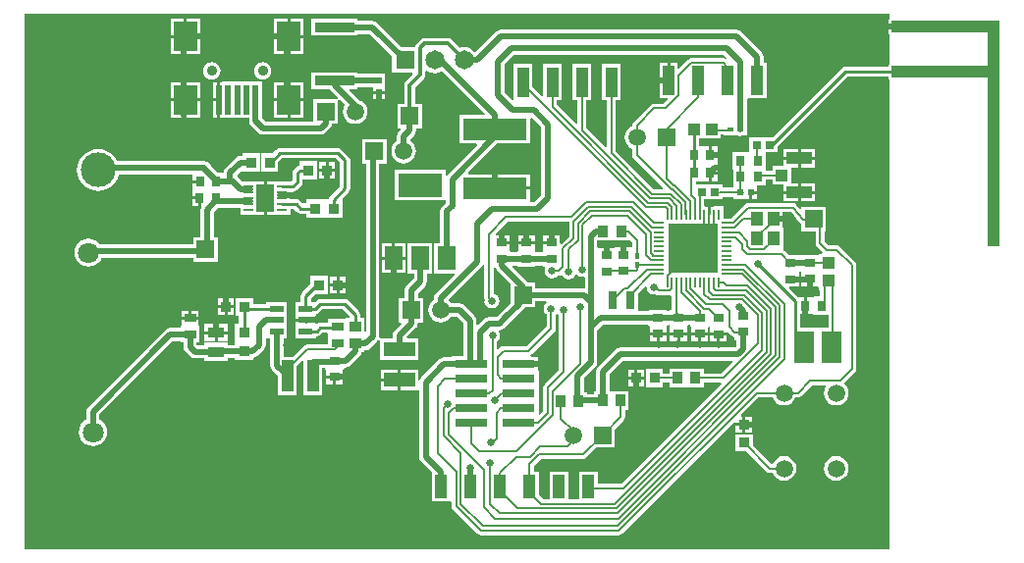
<source format=gtl>
G04 Layer_Physical_Order=1*
G04 Layer_Color=255*
%FSLAX25Y25*%
%MOIN*%
G70*
G01*
G75*
%ADD10C,0.01000*%
%ADD11R,0.03701X0.02953*%
%ADD12R,0.04331X0.04724*%
%ADD13R,0.01575X0.02461*%
%ADD14R,0.03937X0.09842*%
%ADD15R,0.03347X0.03740*%
%ADD16R,0.02953X0.03701*%
%ADD17R,0.05787X0.03819*%
%ADD18R,0.03858X0.03071*%
%ADD19R,0.21732X0.07323*%
%ADD20R,0.10709X0.04961*%
%ADD21R,0.02362X0.02441*%
%ADD22R,0.13504X0.03347*%
%ADD23R,0.08661X0.04134*%
%ADD24R,0.04134X0.03937*%
%ADD25R,0.03937X0.10630*%
%ADD26R,0.02953X0.02559*%
%ADD27R,0.03937X0.03937*%
%ADD28R,0.03937X0.03937*%
%ADD29R,0.03543X0.03740*%
%ADD30R,0.03740X0.03543*%
%ADD31R,0.03937X0.03347*%
%ADD32R,0.02756X0.03543*%
%ADD33R,0.03661X0.03425*%
%ADD34R,0.02461X0.01575*%
%ADD35R,0.03347X0.03937*%
%ADD36R,0.03307X0.01024*%
%ADD37R,0.05905X0.09252*%
%ADD38R,0.04724X0.02362*%
%ADD39R,0.05900X0.07900*%
%ADD40R,0.15000X0.07900*%
%ADD41R,0.01968X0.09842*%
%ADD42R,0.07874X0.09842*%
%ADD43R,0.01968X0.02362*%
%ADD44R,0.07087X0.10827*%
%ADD45R,0.00866X0.03189*%
%ADD46R,0.03189X0.00866*%
%ADD47R,0.16535X0.16535*%
%ADD48R,0.03150X0.05905*%
%ADD49R,0.03937X0.07874*%
%ADD50R,0.10984X0.02913*%
%ADD51R,0.03740X0.03937*%
%ADD52C,0.02000*%
%ADD53C,0.00700*%
%ADD54C,0.01000*%
%ADD55C,0.01200*%
%ADD56C,0.11811*%
%ADD57R,0.07087X0.07087*%
%ADD58C,0.07087*%
%ADD59R,0.06496X0.06496*%
%ADD60C,0.06496*%
%ADD61R,0.05905X0.05905*%
%ADD62C,0.05905*%
%ADD63R,0.05905X0.05905*%
%ADD64C,0.03543*%
%ADD65C,0.02600*%
G36*
X186620Y109150D02*
X184012Y106542D01*
X183550Y106734D01*
Y109360D01*
X181200D01*
Y106884D01*
X180700D01*
Y106384D01*
X177850D01*
Y104466D01*
X177650Y104048D01*
D01*
X177489Y103615D01*
X175604D01*
X175250Y103968D01*
Y104048D01*
X175050Y104465D01*
X175050Y104548D01*
Y106384D01*
X169350D01*
X169350Y104465D01*
X169150Y104048D01*
X168848Y103615D01*
X166911D01*
X166750Y104048D01*
D01*
X166550Y104466D01*
Y106384D01*
X163700D01*
Y106884D01*
X163200D01*
Y109360D01*
X161908D01*
X161716Y109822D01*
X165914Y114020D01*
X186620D01*
Y109150D01*
D02*
G37*
G36*
X264898Y113785D02*
X265382Y113403D01*
X265547Y113356D01*
Y110747D01*
X270320D01*
Y106600D01*
X270440Y105995D01*
X270782Y105482D01*
X272652Y103613D01*
X272445Y103113D01*
X271491D01*
X271410Y102817D01*
X265310D01*
Y102817D01*
X264895Y102632D01*
X261403D01*
X259868Y104167D01*
X259544Y104384D01*
X259321Y104791D01*
Y111916D01*
X259121D01*
Y114547D01*
X255956D01*
Y115547D01*
X259121D01*
Y117220D01*
X261971D01*
X264898Y113785D01*
D02*
G37*
G36*
X177650Y98695D02*
X178288D01*
X178529Y98195D01*
X178351Y97300D01*
X178545Y96324D01*
X179098Y95498D01*
X179924Y94945D01*
X180900Y94751D01*
X181876Y94945D01*
X182702Y95498D01*
X182851Y95720D01*
X183100D01*
X183654Y95830D01*
X184145Y95925D01*
X184698Y95098D01*
X185524Y94545D01*
X186500Y94351D01*
X187476Y94545D01*
X188302Y95098D01*
X188855Y95925D01*
X188863Y95966D01*
X189354Y96064D01*
X189398Y95998D01*
X190225Y95445D01*
X191200Y95251D01*
X191570Y95325D01*
X191957Y95007D01*
Y91572D01*
X191800Y91443D01*
X175253D01*
Y93353D01*
X172708D01*
X172686Y93386D01*
X167406Y98667D01*
X167597Y99129D01*
X169150D01*
Y98695D01*
X175250D01*
Y99129D01*
X177650D01*
Y98695D01*
D02*
G37*
G36*
X295300Y182931D02*
X295173Y182741D01*
X295095Y182351D01*
X295095Y180351D01*
Y178351D01*
X295173Y177961D01*
X295300Y177771D01*
X295300Y167631D01*
X295173Y167441D01*
X295095Y167051D01*
Y166816D01*
X280545D01*
X279881Y166684D01*
X279319Y166308D01*
X255691Y142680D01*
X247862D01*
Y137833D01*
X247447Y137678D01*
X247382Y137672D01*
X242273D01*
Y131728D01*
X242320D01*
Y126528D01*
X242320D01*
X242412Y126420D01*
Y125580D01*
X238742D01*
Y126579D01*
X229780D01*
Y127650D01*
X231662D01*
X231720Y127650D01*
X232138Y127850D01*
X232221Y127850D01*
X234056D01*
Y130700D01*
X234556D01*
Y131200D01*
X237032D01*
Y133350D01*
X237032Y133850D01*
X237032Y134050D01*
Y136200D01*
X234556D01*
Y136700D01*
X234056D01*
Y139550D01*
X232138Y139550D01*
X231720Y139750D01*
X231662Y139750D01*
X230880D01*
Y142332D01*
X238221D01*
Y143620D01*
X239048D01*
Y143313D01*
X243737D01*
X243864Y143228D01*
X244722Y143057D01*
X245581Y143228D01*
X245708Y143313D01*
X247152D01*
Y147287D01*
X246965D01*
Y155556D01*
X247332Y155879D01*
X253668D01*
Y168121D01*
X252743D01*
Y170000D01*
X252572Y170858D01*
X252086Y171586D01*
X245086Y178586D01*
X244358Y179072D01*
X243500Y179243D01*
X163500D01*
X162642Y179072D01*
X161914Y178586D01*
X155017Y171689D01*
X154518Y171722D01*
X154172Y172172D01*
X153243Y172885D01*
X152161Y173334D01*
X151000Y173486D01*
X149839Y173334D01*
X149431Y173165D01*
X146698Y175898D01*
X146102Y176296D01*
X145400Y176435D01*
X137600D01*
X136898Y176296D01*
X136302Y175898D01*
X134802Y174398D01*
X134404Y173802D01*
X134334Y173448D01*
X129724D01*
X121476Y181696D01*
X120748Y182183D01*
X119890Y182353D01*
X114952D01*
Y182984D01*
X99048D01*
Y177237D01*
X114952D01*
Y177867D01*
X118961D01*
X126552Y170276D01*
Y164552D01*
X133303D01*
X133495Y164090D01*
X131202Y161798D01*
X130804Y161202D01*
X130665Y160500D01*
Y154153D01*
X128347D01*
Y145847D01*
X129522D01*
X129713Y145385D01*
X128914Y144586D01*
X128428Y143858D01*
X128257Y143000D01*
Y141513D01*
X127538Y140962D01*
X126873Y140094D01*
X126454Y139084D01*
X126311Y138000D01*
X126454Y136916D01*
X126873Y135906D01*
X127538Y135038D01*
X128406Y134373D01*
X129416Y133954D01*
X130500Y133811D01*
X131584Y133954D01*
X132594Y134373D01*
X133462Y135038D01*
X134127Y135906D01*
X134546Y136916D01*
X134689Y138000D01*
X134546Y139084D01*
X134127Y140094D01*
X133462Y140962D01*
X132743Y141513D01*
Y142071D01*
X134086Y143414D01*
X134572Y144142D01*
X134743Y145000D01*
Y145847D01*
X136653D01*
Y154153D01*
X134335D01*
Y159740D01*
X137398Y162802D01*
X137796Y163398D01*
X137935Y164100D01*
Y165180D01*
X138384Y165401D01*
X138757Y165115D01*
X139839Y164666D01*
X141000Y164514D01*
X142161Y164666D01*
X143243Y165115D01*
X143509Y165319D01*
X158044Y150784D01*
X157852Y150322D01*
X149434D01*
Y140599D01*
X155274D01*
X155465Y140137D01*
X145414Y130086D01*
X145200Y129766D01*
X144700Y129918D01*
Y131550D01*
X127300D01*
Y121250D01*
X144257D01*
X144700Y121250D01*
X144757Y120774D01*
Y120429D01*
X143514Y119186D01*
X143028Y118458D01*
X142857Y117600D01*
Y106750D01*
X140950D01*
Y96450D01*
X147625D01*
X147816Y95988D01*
X141414Y89586D01*
X140928Y88858D01*
X140757Y88000D01*
Y87513D01*
X140038Y86962D01*
X139373Y86094D01*
X138954Y85084D01*
X138811Y84000D01*
X138954Y82916D01*
X139373Y81906D01*
X140038Y81038D01*
X140906Y80373D01*
X141916Y79954D01*
X143000Y79811D01*
X144084Y79954D01*
X145094Y80373D01*
X145962Y81038D01*
X146513Y81757D01*
X148571D01*
X150757Y79571D01*
Y68357D01*
X146896D01*
Y67943D01*
X144200D01*
X143342Y67772D01*
X142614Y67286D01*
X136414Y61086D01*
X135928Y60358D01*
X135854Y59990D01*
X135354Y60039D01*
Y63744D01*
X129500D01*
Y60264D01*
Y56783D01*
X135257D01*
X135354Y56783D01*
X135757Y56548D01*
Y34200D01*
X135928Y33342D01*
X136414Y32614D01*
X140032Y28996D01*
Y18934D01*
X146369D01*
Y18934D01*
X146820Y18816D01*
Y17379D01*
X146940Y16774D01*
X147283Y16261D01*
X155561Y7982D01*
X156074Y7640D01*
X156679Y7520D01*
X203600D01*
X204205Y7640D01*
X204717Y7982D01*
X242707Y45972D01*
X243169Y45781D01*
Y45571D01*
X245500D01*
Y47783D01*
X245172D01*
X244980Y48245D01*
X250950Y54215D01*
X255801D01*
X256014Y53701D01*
X256680Y52833D01*
X257547Y52168D01*
X258558Y51749D01*
X259642Y51607D01*
X260726Y51749D01*
X261736Y52168D01*
X262603Y52833D01*
X263269Y53701D01*
X263482Y54215D01*
X264295D01*
X264900Y54335D01*
X265413Y54678D01*
X269253Y58518D01*
X273648D01*
X273869Y58069D01*
X273731Y57890D01*
X273312Y56879D01*
X273170Y55795D01*
X273312Y54711D01*
X273731Y53701D01*
X274396Y52833D01*
X275264Y52168D01*
X276274Y51749D01*
X277358Y51607D01*
X278442Y51749D01*
X279453Y52168D01*
X280320Y52833D01*
X280986Y53701D01*
X281404Y54711D01*
X281547Y55795D01*
X281404Y56879D01*
X280986Y57890D01*
X280320Y58757D01*
X280209Y58842D01*
X280176Y59341D01*
X283818Y62982D01*
X284160Y63495D01*
X284280Y64100D01*
Y99300D01*
X284160Y99905D01*
X283818Y100417D01*
X278618Y105617D01*
X278105Y105960D01*
X277500Y106080D01*
X274655D01*
X273480Y107255D01*
Y110747D01*
X273853D01*
Y119053D01*
X265547D01*
Y118619D01*
X265078Y118446D01*
X263903Y119825D01*
X263853Y119865D01*
X263818Y119918D01*
X263612Y120055D01*
X263419Y120207D01*
X263358Y120225D01*
X263305Y120260D01*
X263063Y120308D01*
X262825Y120375D01*
X262762Y120368D01*
X262700Y120380D01*
X247600D01*
X246995Y120260D01*
X246482Y119918D01*
X241745Y115180D01*
X238957D01*
Y119295D01*
X235690D01*
Y119095D01*
X234674D01*
Y116500D01*
X233674D01*
Y119095D01*
X232658D01*
Y119295D01*
X232605D01*
Y121621D01*
X238742D01*
Y122420D01*
X242412D01*
Y121580D01*
X247174D01*
Y121780D01*
X247915D01*
Y124000D01*
X248415D01*
Y124500D01*
X250596D01*
Y126028D01*
X250596Y126221D01*
X250969Y126528D01*
X253382D01*
Y128220D01*
X255633D01*
Y126631D01*
X259573D01*
Y124493D01*
X264404D01*
Y127060D01*
X262167D01*
Y132540D01*
X264404D01*
Y135107D01*
X259573D01*
Y132968D01*
X255633D01*
Y131380D01*
X253382D01*
Y132472D01*
X253335D01*
Y137672D01*
X253814Y137721D01*
X257546D01*
Y139632D01*
X281262Y163349D01*
X295095D01*
Y163051D01*
X295173Y162661D01*
X295300Y162471D01*
X295300Y2600D01*
X1733Y2600D01*
Y184767D01*
X295300D01*
Y182931D01*
D02*
G37*
G36*
X177257Y146171D02*
Y123029D01*
X174971Y120743D01*
X173810D01*
X173366Y120878D01*
Y125039D01*
X161500D01*
Y125539D01*
X161000D01*
Y130201D01*
X152526D01*
X152335Y130663D01*
X162271Y140599D01*
X173566D01*
Y149154D01*
X174066Y149362D01*
X177257Y146171D01*
D02*
G37*
G36*
X207420Y107632D02*
Y107632D01*
X207875Y107490D01*
X208220Y107145D01*
Y105548D01*
X207850Y105232D01*
X205500D01*
Y102756D01*
X204500D01*
Y105232D01*
X202150D01*
Y105132D01*
X200000D01*
Y102656D01*
X199000D01*
Y105132D01*
X196650D01*
X196243Y105358D01*
Y107632D01*
X201120D01*
Y107632D01*
X201279D01*
Y107632D01*
X207420D01*
X207420Y107632D01*
D02*
G37*
G36*
X265510Y96946D02*
Y95129D01*
X268360D01*
Y94629D01*
X268860D01*
Y92153D01*
X270990D01*
X271210Y92153D01*
X271491Y91769D01*
Y90870D01*
X271946D01*
Y88550D01*
X269724D01*
Y88550D01*
X269365Y88350D01*
X267388D01*
Y85500D01*
Y82650D01*
X269365D01*
X269724Y82450D01*
Y82450D01*
X274697D01*
Y78113D01*
X265066D01*
Y82650D01*
X266388D01*
Y85500D01*
Y88350D01*
X264501D01*
X261346Y91506D01*
X261537Y91968D01*
X264694D01*
Y93944D01*
X261844D01*
Y94944D01*
X264694D01*
Y96921D01*
X264807Y97122D01*
X265239Y97189D01*
X265510Y96946D01*
D02*
G37*
G36*
X179029Y86457D02*
X178798Y86302D01*
X178245Y85475D01*
X178051Y84500D01*
X178245Y83525D01*
X178798Y82698D01*
X179020Y82549D01*
Y78455D01*
X172245Y71680D01*
X164400D01*
X163795Y71560D01*
X163283Y71218D01*
X162742Y70677D01*
X162280Y70869D01*
Y73349D01*
X162502Y73498D01*
X163055Y74325D01*
X163249Y75300D01*
X163055Y76275D01*
X162800Y76657D01*
X162937Y76999D01*
X163059Y77169D01*
X163858Y77328D01*
X164586Y77814D01*
X166433Y79661D01*
X166442Y79674D01*
X171386Y84618D01*
X171673Y85047D01*
X175253D01*
Y86957D01*
X178877D01*
X179029Y86457D01*
D02*
G37*
G36*
X242160Y66295D02*
X238345Y62480D01*
X232326D01*
Y64069D01*
X226921D01*
X226579Y64069D01*
X226080Y64069D01*
X220674D01*
Y62480D01*
X218523D01*
Y63970D01*
X212776D01*
Y57830D01*
X218523D01*
Y59320D01*
X220674D01*
Y57731D01*
X226080D01*
X226420Y57731D01*
X226921Y57731D01*
X232326D01*
Y59320D01*
X238203D01*
X238395Y58858D01*
X204488Y24951D01*
X196369D01*
Y29208D01*
X190032D01*
Y19780D01*
X186369D01*
Y29208D01*
X180032D01*
Y19780D01*
X177855D01*
X176368Y21267D01*
Y29208D01*
X174780D01*
Y31203D01*
X176997Y33420D01*
X191500D01*
X192105Y33540D01*
X192617Y33882D01*
X196082Y37347D01*
X202153D01*
Y43418D01*
X205170Y46435D01*
X205513Y46948D01*
X205633Y47553D01*
Y50131D01*
X206926D01*
Y56468D01*
X201180D01*
Y56468D01*
X201021D01*
Y56468D01*
X200390D01*
Y62218D01*
X204929Y66757D01*
X241969D01*
X242160Y66295D01*
D02*
G37*
G36*
X182998Y82098D02*
X183220Y81949D01*
Y63655D01*
X178383Y58817D01*
X178040Y58305D01*
X177920Y57700D01*
Y49576D01*
X176804Y48460D01*
X176304Y48667D01*
Y53043D01*
Y58043D01*
Y63357D01*
X176104D01*
Y65200D01*
X169612D01*
Y66200D01*
X176104D01*
Y68157D01*
X173722D01*
X173523Y68620D01*
X173530Y68657D01*
X174018Y68982D01*
X181718Y76683D01*
X182060Y77195D01*
X182180Y77800D01*
Y82421D01*
X182655Y82610D01*
X182998Y82098D01*
D02*
G37*
G36*
X212966Y91724D02*
X213145Y90825D01*
X213698Y89998D01*
X214525Y89445D01*
X215500Y89251D01*
X216112Y89373D01*
X216420Y89167D01*
X217025Y89047D01*
X220869D01*
X221070Y89087D01*
X221570Y88677D01*
Y84144D01*
X220750D01*
Y83655D01*
X219950D01*
Y84088D01*
X213850D01*
Y83655D01*
X210228D01*
Y89693D01*
X212516Y91981D01*
X212966Y91724D01*
D02*
G37*
G36*
X157920Y99261D02*
Y88100D01*
X158035Y87521D01*
X157951Y87100D01*
X158145Y86124D01*
X158698Y85298D01*
X159525Y84745D01*
X160500Y84551D01*
X161476Y84745D01*
X162302Y85298D01*
X162855Y86124D01*
X163049Y87100D01*
X162855Y88076D01*
X162302Y88902D01*
X161476Y89455D01*
X161080Y89534D01*
Y98530D01*
X161580Y98579D01*
X161628Y98342D01*
X162114Y97614D01*
X166947Y92781D01*
Y86524D01*
X163261Y82838D01*
X163252Y82825D01*
X162071Y81643D01*
X159400D01*
X158542Y81472D01*
X157814Y80986D01*
X155705Y78877D01*
X155243Y79069D01*
Y80500D01*
X155072Y81358D01*
X154586Y82086D01*
X151086Y85586D01*
X150358Y86072D01*
X149500Y86243D01*
X146513D01*
X145962Y86962D01*
X145794Y87090D01*
X145762Y87589D01*
X157086Y98914D01*
X157420Y99413D01*
X157920Y99261D01*
D02*
G37*
G36*
X227950Y78871D02*
Y78780D01*
X228150Y78362D01*
X228150Y78280D01*
Y76444D01*
X233850D01*
X233850Y78008D01*
X234293Y78480D01*
X234461Y78479D01*
X234550Y78320D01*
Y76344D01*
X240692D01*
X240712Y76353D01*
X241782Y75283D01*
X242295Y74940D01*
X242650Y74869D01*
Y73868D01*
X243557D01*
Y71729D01*
X243071Y71243D01*
X204000D01*
X203142Y71072D01*
X202414Y70586D01*
X196561Y64733D01*
X196075Y64006D01*
X195904Y63147D01*
Y56468D01*
X195274D01*
Y55543D01*
X192679D01*
Y56169D01*
X191743D01*
Y60930D01*
X195586Y64773D01*
X196072Y65501D01*
X196243Y66360D01*
Y77171D01*
X198241Y79169D01*
X213496D01*
X213850Y78815D01*
Y78735D01*
X214050Y78318D01*
X214050Y78235D01*
Y76400D01*
X216900D01*
X219750D01*
X219750Y78318D01*
X219950Y78735D01*
X220029Y78848D01*
X220666Y78899D01*
X220750Y78815D01*
Y78791D01*
X220950Y78374D01*
X220950Y78291D01*
Y76456D01*
X226650D01*
X226650Y78374D01*
X226850Y78791D01*
X227117Y79174D01*
X227620Y79201D01*
X227950Y78871D01*
D02*
G37*
G36*
X332835Y105579D02*
X328822D01*
X328822Y163051D01*
X296115Y163051D01*
X296115Y167051D01*
X328822Y167051D01*
X328822Y178351D01*
X296115Y178351D01*
Y180351D01*
X296115Y182351D01*
X332835Y182351D01*
X332835Y105579D01*
D02*
G37*
G36*
X240121Y169707D02*
X239802Y169319D01*
X239633Y169431D01*
X239029Y169552D01*
X228097D01*
X227492Y169431D01*
X226979Y169089D01*
X223930Y166040D01*
X223468Y166231D01*
Y167921D01*
X221000D01*
Y162000D01*
X220500D01*
Y161500D01*
X217531D01*
Y156079D01*
X220065D01*
X220256Y155617D01*
X218781Y154141D01*
X215561D01*
X214956Y154021D01*
X214443Y153678D01*
X208582Y147818D01*
X208240Y147305D01*
X208120Y146700D01*
Y146540D01*
X207606Y146327D01*
X206738Y145662D01*
X206073Y144794D01*
X205654Y143784D01*
X205511Y142700D01*
X205654Y141616D01*
X206073Y140606D01*
X206738Y139738D01*
X207606Y139073D01*
X208120Y138860D01*
Y136677D01*
X208240Y136072D01*
X208582Y135560D01*
X218600Y125542D01*
X218409Y125080D01*
X215455D01*
X202580Y137955D01*
Y155379D01*
X204169D01*
Y167621D01*
X197831D01*
Y155379D01*
X199420D01*
Y139647D01*
X198958Y139456D01*
X192580Y145833D01*
Y155379D01*
X194168D01*
Y167621D01*
X187831D01*
Y155379D01*
X189420D01*
Y147526D01*
X188958Y147335D01*
X182580Y153712D01*
Y155379D01*
X184169D01*
Y167621D01*
X177831D01*
Y156993D01*
X177370Y156801D01*
X174169Y160003D01*
Y167621D01*
X167832D01*
Y155548D01*
X167358Y155314D01*
X164743Y157929D01*
Y167571D01*
X167929Y170757D01*
X239071D01*
X240121Y169707D01*
D02*
G37*
%LPC*%
G36*
X166550Y109360D02*
X164200D01*
Y107384D01*
X166550D01*
Y109360D01*
D02*
G37*
G36*
X171700D02*
X169350D01*
Y107384D01*
X171700D01*
Y109360D01*
D02*
G37*
G36*
X180200D02*
X177850D01*
Y107384D01*
X180200D01*
Y109360D01*
D02*
G37*
G36*
X175050D02*
X172700D01*
Y107384D01*
X175050D01*
Y109360D01*
D02*
G37*
G36*
X70694Y79277D02*
X67300D01*
Y76868D01*
X70694D01*
Y79277D01*
D02*
G37*
G36*
X60929Y83791D02*
X58500D01*
Y81756D01*
X60929D01*
Y83791D01*
D02*
G37*
G36*
X57500D02*
X55071D01*
Y81756D01*
X57500D01*
Y83791D01*
D02*
G37*
G36*
X96455Y176500D02*
X92018D01*
Y171079D01*
X96455D01*
Y176500D01*
D02*
G37*
G36*
X66300Y79277D02*
X62906D01*
Y76868D01*
X66300D01*
Y79277D01*
D02*
G37*
G36*
X91018Y182921D02*
X86581D01*
Y177500D01*
X91018D01*
Y182921D01*
D02*
G37*
G36*
X124653Y142153D02*
X116347D01*
Y133847D01*
X117757D01*
Y76345D01*
X117668Y76286D01*
X117168Y76553D01*
Y81326D01*
X115733D01*
Y82500D01*
X115601Y83163D01*
X115226Y83726D01*
X111726Y87226D01*
X111163Y87601D01*
X110500Y87733D01*
X102200D01*
X101537Y87601D01*
X100974Y87226D01*
X100470Y86721D01*
X98955D01*
Y88053D01*
X100332Y89430D01*
X104822D01*
Y95570D01*
X98879D01*
Y92880D01*
X95996Y89996D01*
X95620Y89434D01*
X95488Y88771D01*
Y86721D01*
X93659D01*
Y81959D01*
X93859D01*
Y81100D01*
X97221D01*
X100584D01*
Y81959D01*
X100784D01*
Y82655D01*
X101204Y82739D01*
X101766Y83114D01*
X102918Y84267D01*
X109782D01*
X112223Y81826D01*
X112161Y81326D01*
X110831D01*
Y80991D01*
X104871D01*
Y79733D01*
X102180D01*
X101517Y79601D01*
X101217Y79401D01*
X101030Y79332D01*
X100698Y79458D01*
X100584Y79562D01*
Y80100D01*
X97221D01*
X93859D01*
Y79241D01*
X93659D01*
Y74479D01*
X100784D01*
Y75126D01*
X101040D01*
X101704Y75258D01*
X102266Y75634D01*
X102898Y76267D01*
X104517D01*
X104871Y75913D01*
X104871Y75520D01*
X104871Y75020D01*
Y72280D01*
X97700D01*
X97095Y72160D01*
X96583Y71817D01*
X92880Y68115D01*
X89622D01*
Y74479D01*
X90941D01*
Y78219D01*
Y81959D01*
Y86721D01*
X83816D01*
Y86073D01*
X79421D01*
Y88170D01*
X73478D01*
Y82030D01*
X74567D01*
Y79221D01*
X73230D01*
Y73278D01*
X73230Y73278D01*
Y72922D01*
X73230D01*
X73230Y72778D01*
Y72193D01*
X70894D01*
Y72942D01*
X62706D01*
Y72075D01*
X60597D01*
X60243Y72429D01*
Y73009D01*
X61129D01*
Y78303D01*
X61129Y78479D01*
X60929Y78897D01*
X60929Y78979D01*
Y80756D01*
X55071D01*
X55071Y78897D01*
X54871Y78479D01*
X54502Y77987D01*
X51244D01*
X50386Y77816D01*
X49658Y77330D01*
X23414Y51086D01*
X22928Y50358D01*
X22757Y49500D01*
Y46705D01*
X22608Y46643D01*
X21617Y45883D01*
X20857Y44892D01*
X20379Y43738D01*
X20216Y42500D01*
X20379Y41262D01*
X20857Y40108D01*
X21617Y39117D01*
X22608Y38357D01*
X23762Y37879D01*
X25000Y37716D01*
X26238Y37879D01*
X27392Y38357D01*
X28383Y39117D01*
X29143Y40108D01*
X29621Y41262D01*
X29784Y42500D01*
X29621Y43738D01*
X29143Y44892D01*
X28383Y45883D01*
X27392Y46643D01*
X27243Y46705D01*
Y48571D01*
X52173Y73501D01*
X54871D01*
Y73009D01*
X55757D01*
Y71500D01*
X55928Y70642D01*
X56414Y69914D01*
X58082Y68246D01*
X58809Y67760D01*
X59668Y67589D01*
X62706D01*
Y66723D01*
X70894D01*
Y67707D01*
X73230D01*
Y66979D01*
X79370D01*
Y67731D01*
X80109Y67878D01*
X80836Y68364D01*
X83086Y70614D01*
X83572Y71342D01*
X83743Y72200D01*
Y74009D01*
X83816Y74479D01*
X85136D01*
Y65191D01*
X85306Y64332D01*
X85793Y63604D01*
X87801Y61596D01*
Y55085D01*
X94138D01*
Y64903D01*
X96000Y66765D01*
X96462Y66574D01*
Y55085D01*
X102799D01*
Y64257D01*
X103772D01*
X103950Y64079D01*
X104150Y63662D01*
X104150Y63579D01*
Y61744D01*
X109850D01*
X109850Y63662D01*
X110050Y64079D01*
X110352Y64513D01*
X110756D01*
X111614Y64684D01*
X112342Y65170D01*
X115586Y68414D01*
X116072Y69142D01*
X116178Y69674D01*
X117168D01*
Y70304D01*
X117547D01*
X118406Y70475D01*
X119133Y70961D01*
X121586Y73414D01*
X121946Y73952D01*
X122446Y73800D01*
Y67056D01*
X135554D01*
Y74417D01*
X131796D01*
X131589Y74916D01*
X134586Y77914D01*
X134762Y78176D01*
X134965Y78418D01*
X135003Y78537D01*
X135072Y78642D01*
X135134Y78951D01*
X135229Y79252D01*
X135295Y79847D01*
X137153D01*
Y88153D01*
X135431D01*
Y89759D01*
X137786Y92114D01*
X138272Y92842D01*
X138443Y93700D01*
Y96450D01*
X140250D01*
Y106750D01*
X131950D01*
Y96450D01*
X133957D01*
Y94629D01*
X131602Y92274D01*
X131116Y91547D01*
X130945Y90688D01*
Y88153D01*
X128847D01*
Y79847D01*
X129522D01*
X129713Y79385D01*
X127414Y77086D01*
X126928Y76358D01*
X126757Y75500D01*
Y74417D01*
X122637D01*
X122207Y74818D01*
X122243Y75000D01*
Y133847D01*
X124653D01*
Y142153D01*
D02*
G37*
G36*
X107650Y92000D02*
X105378D01*
Y89630D01*
X107650D01*
Y92000D01*
D02*
G37*
G36*
X61337Y176500D02*
X56900D01*
Y171079D01*
X61337D01*
Y176500D01*
D02*
G37*
G36*
X110921Y92000D02*
X108650D01*
Y89630D01*
X110921D01*
Y92000D01*
D02*
G37*
G36*
X107650Y95370D02*
X105378D01*
Y93000D01*
X107650D01*
Y95370D01*
D02*
G37*
G36*
X72922Y84600D02*
X70650D01*
Y82230D01*
X72922D01*
Y84600D01*
D02*
G37*
G36*
X69650D02*
X67379D01*
Y82230D01*
X69650D01*
Y84600D01*
D02*
G37*
G36*
X91018Y176500D02*
X86581D01*
Y171079D01*
X91018D01*
Y176500D01*
D02*
G37*
G36*
X72922Y87970D02*
X70650D01*
Y85600D01*
X72922D01*
Y87970D01*
D02*
G37*
G36*
X69650D02*
X67379D01*
Y85600D01*
X69650D01*
Y87970D01*
D02*
G37*
G36*
X128500Y59764D02*
X122646D01*
Y56783D01*
X128500D01*
Y59764D01*
D02*
G37*
G36*
X109850Y60744D02*
X107500D01*
Y58768D01*
X109850D01*
Y60744D01*
D02*
G37*
G36*
X106500D02*
X104150D01*
Y58768D01*
X106500D01*
Y60744D01*
D02*
G37*
G36*
X96455Y182921D02*
X92018D01*
Y177500D01*
X96455D01*
Y182921D01*
D02*
G37*
G36*
X277358Y34393D02*
X276274Y34251D01*
X275264Y33832D01*
X274396Y33167D01*
X273731Y32299D01*
X273312Y31289D01*
X273170Y30205D01*
X273312Y29121D01*
X273731Y28110D01*
X274396Y27243D01*
X275264Y26577D01*
X276274Y26159D01*
X277358Y26016D01*
X278442Y26159D01*
X279453Y26577D01*
X280320Y27243D01*
X280986Y28110D01*
X281404Y29121D01*
X281547Y30205D01*
X281404Y31289D01*
X280986Y32299D01*
X280320Y33167D01*
X279453Y33832D01*
X278442Y34251D01*
X277358Y34393D01*
D02*
G37*
G36*
X249031Y41842D02*
X242969D01*
Y36016D01*
X246678D01*
X253607Y29087D01*
X254120Y28745D01*
X254724Y28624D01*
X255801D01*
X256014Y28110D01*
X256680Y27243D01*
X257547Y26577D01*
X258558Y26159D01*
X259642Y26016D01*
X260726Y26159D01*
X261736Y26577D01*
X262603Y27243D01*
X263269Y28110D01*
X263688Y29121D01*
X263830Y30205D01*
X263688Y31289D01*
X263269Y32299D01*
X262603Y33167D01*
X261736Y33832D01*
X260726Y34251D01*
X259642Y34393D01*
X258558Y34251D01*
X257547Y33832D01*
X256680Y33167D01*
X256014Y32299D01*
X255840Y31879D01*
X255340Y31825D01*
X249031Y38133D01*
Y41842D01*
D02*
G37*
G36*
X245500Y44571D02*
X243169D01*
Y42358D01*
X245500D01*
Y44571D01*
D02*
G37*
G36*
X248831Y47783D02*
X246500D01*
Y45571D01*
X248831D01*
Y47783D01*
D02*
G37*
G36*
Y44571D02*
X246500D01*
Y42358D01*
X248831D01*
Y44571D01*
D02*
G37*
G36*
X70694Y75868D02*
X67300D01*
Y73458D01*
X70694D01*
Y75868D01*
D02*
G37*
G36*
X66300D02*
X62906D01*
Y73458D01*
X66300D01*
Y75868D01*
D02*
G37*
G36*
X128500Y63744D02*
X122646D01*
Y60764D01*
X128500D01*
Y63744D01*
D02*
G37*
G36*
X55900Y182921D02*
X51463D01*
Y177500D01*
X55900D01*
Y182921D01*
D02*
G37*
G36*
X61337D02*
X56900D01*
Y177500D01*
X61337D01*
Y182921D01*
D02*
G37*
G36*
X235056Y139550D02*
Y137200D01*
X237032D01*
Y139550D01*
X235056D01*
D02*
G37*
G36*
X270235Y138674D02*
X265404D01*
Y136107D01*
X270235D01*
Y138674D01*
D02*
G37*
G36*
X65298Y168304D02*
X64522Y168202D01*
X63799Y167903D01*
X63178Y167427D01*
X62702Y166806D01*
X62402Y166083D01*
X62300Y165307D01*
X62402Y164531D01*
X62702Y163808D01*
X63178Y163188D01*
X63799Y162711D01*
X64522Y162412D01*
X65298Y162310D01*
X66073Y162412D01*
X66796Y162711D01*
X67417Y163188D01*
X67893Y163808D01*
X68193Y164531D01*
X68295Y165307D01*
X68193Y166083D01*
X67893Y166806D01*
X67417Y167427D01*
X66796Y167903D01*
X66073Y168202D01*
X65298Y168304D01*
D02*
G37*
G36*
X55900Y154925D02*
X51463D01*
Y149504D01*
X55900D01*
Y154925D01*
D02*
G37*
G36*
X114952Y164873D02*
X99048D01*
Y159127D01*
X105272D01*
X105414Y158914D01*
X108191Y156137D01*
X107968Y155653D01*
X107729Y155653D01*
X99847D01*
Y148043D01*
X83629D01*
X82501Y149171D01*
Y155425D01*
X82442Y155721D01*
Y161547D01*
X68625D01*
Y161346D01*
X68160D01*
Y155425D01*
Y149504D01*
X68625D01*
Y149304D01*
X78015D01*
Y148242D01*
X78186Y147383D01*
X78672Y146656D01*
X81114Y144214D01*
X81842Y143728D01*
X82700Y143557D01*
X102300D01*
X103158Y143728D01*
X103886Y144214D01*
X105586Y145914D01*
X106072Y146642D01*
X106213Y147347D01*
X108153D01*
Y155194D01*
X108153Y155468D01*
X108637Y155691D01*
X110529Y153798D01*
X110373Y153594D01*
X109954Y152584D01*
X109811Y151500D01*
X109954Y150416D01*
X110373Y149406D01*
X111038Y148538D01*
X111906Y147873D01*
X112916Y147454D01*
X114000Y147311D01*
X115084Y147454D01*
X116094Y147873D01*
X116962Y148538D01*
X117627Y149406D01*
X118046Y150416D01*
X118189Y151500D01*
X118046Y152584D01*
X117627Y153594D01*
X116962Y154462D01*
X116094Y155127D01*
X115156Y155516D01*
X112007Y158665D01*
X112199Y159127D01*
X114952D01*
Y159757D01*
X119816D01*
Y159587D01*
X120016D01*
Y158531D01*
X122000D01*
X123984D01*
Y159587D01*
X124184D01*
Y164350D01*
X119816D01*
Y164243D01*
X114952D01*
Y164873D01*
D02*
G37*
G36*
X103974Y134370D02*
X101703D01*
Y132000D01*
X103974D01*
Y134370D01*
D02*
G37*
G36*
X26700Y138718D02*
X25307Y138581D01*
X23968Y138174D01*
X22733Y137515D01*
X21651Y136627D01*
X20763Y135545D01*
X20104Y134310D01*
X19697Y132971D01*
X19560Y131578D01*
X19697Y130185D01*
X20104Y128846D01*
X20763Y127611D01*
X21651Y126529D01*
X22733Y125641D01*
X23968Y124982D01*
X25307Y124575D01*
X26700Y124438D01*
X28093Y124575D01*
X29432Y124982D01*
X30667Y125641D01*
X31749Y126529D01*
X32637Y127611D01*
X33296Y128846D01*
X33694Y130157D01*
X58868D01*
Y128200D01*
X61344D01*
Y127200D01*
X58868D01*
Y125050D01*
X58668D01*
Y122700D01*
X61144D01*
Y122200D01*
X61644D01*
Y118915D01*
X61686Y118850D01*
X61557Y118200D01*
Y108753D01*
X59047D01*
Y106293D01*
X27336D01*
X26883Y106883D01*
X25892Y107643D01*
X24738Y108121D01*
X23500Y108284D01*
X22262Y108121D01*
X21108Y107643D01*
X20117Y106883D01*
X19357Y105892D01*
X18879Y104738D01*
X18716Y103500D01*
X18879Y102262D01*
X19357Y101108D01*
X20117Y100117D01*
X21108Y99357D01*
X22262Y98879D01*
X23500Y98716D01*
X24738Y98879D01*
X25892Y99357D01*
X26883Y100117D01*
X27643Y101108D01*
X27933Y101807D01*
X59047D01*
Y100447D01*
X67353D01*
Y108753D01*
X66043D01*
Y117271D01*
X67529Y118757D01*
X74997D01*
Y116351D01*
X80704D01*
Y116374D01*
X83000D01*
Y122000D01*
Y127626D01*
X80704D01*
Y127649D01*
X75723D01*
X74026Y129347D01*
Y129954D01*
X75415Y131343D01*
X75877Y131152D01*
Y131130D01*
X81624D01*
Y137270D01*
X75877D01*
Y136443D01*
X75100D01*
X74242Y136272D01*
X73514Y135786D01*
X70014Y132286D01*
X69528Y131558D01*
X69367Y130750D01*
X67222D01*
X65036Y132936D01*
X64972Y133258D01*
X64486Y133986D01*
X63758Y134472D01*
X62900Y134643D01*
X33119D01*
X32637Y135545D01*
X31749Y136627D01*
X30667Y137515D01*
X29432Y138174D01*
X28093Y138581D01*
X26700Y138718D01*
D02*
G37*
G36*
X107246Y134370D02*
X104974D01*
Y132000D01*
X107246D01*
Y134370D01*
D02*
G37*
G36*
X264404Y138674D02*
X259573D01*
Y136107D01*
X264404D01*
Y138674D01*
D02*
G37*
G36*
X270235Y135107D02*
X265404D01*
Y132540D01*
X270235D01*
Y135107D01*
D02*
G37*
G36*
X61337Y154925D02*
X56900D01*
Y149504D01*
X61337D01*
Y154925D01*
D02*
G37*
G36*
X55900Y161346D02*
X51463D01*
Y155925D01*
X55900D01*
Y161346D01*
D02*
G37*
G36*
X91018D02*
X86581D01*
Y155925D01*
X91018D01*
Y161346D01*
D02*
G37*
G36*
X67160D02*
X65676D01*
Y155925D01*
X67160D01*
Y161346D01*
D02*
G37*
G36*
X96455D02*
X92018D01*
Y155925D01*
X96455D01*
Y161346D01*
D02*
G37*
G36*
X61337D02*
X56900D01*
Y155925D01*
X61337D01*
Y161346D01*
D02*
G37*
G36*
X91018Y154925D02*
X86581D01*
Y149504D01*
X91018D01*
Y154925D01*
D02*
G37*
G36*
X67160D02*
X65676D01*
Y149504D01*
X67160D01*
Y154925D01*
D02*
G37*
G36*
X96455D02*
X92018D01*
Y149504D01*
X96455D01*
Y154925D01*
D02*
G37*
G36*
X123984Y157531D02*
X122500D01*
Y155850D01*
X123984D01*
Y157531D01*
D02*
G37*
G36*
X121500D02*
X120016D01*
Y155850D01*
X121500D01*
Y157531D01*
D02*
G37*
G36*
X107246Y131000D02*
X104974D01*
Y128630D01*
X107246D01*
Y131000D01*
D02*
G37*
G36*
X131050Y106550D02*
X127600D01*
Y102100D01*
X131050D01*
Y106550D01*
D02*
G37*
G36*
X126600Y101100D02*
X123150D01*
Y96650D01*
X126600D01*
Y101100D01*
D02*
G37*
G36*
X110921Y95370D02*
X108650D01*
Y93000D01*
X110921D01*
Y95370D01*
D02*
G37*
G36*
X131050Y101100D02*
X127600D01*
Y96650D01*
X131050D01*
Y101100D01*
D02*
G37*
G36*
X126600Y106550D02*
X123150D01*
Y102100D01*
X126600D01*
Y106550D01*
D02*
G37*
G36*
X55900Y176500D02*
X51463D01*
Y171079D01*
X55900D01*
Y176500D01*
D02*
G37*
G36*
X270235Y127060D02*
X265404D01*
Y124493D01*
X270235D01*
Y127060D01*
D02*
G37*
G36*
X250596Y123500D02*
X248915D01*
Y121780D01*
X250596D01*
Y123500D01*
D02*
G37*
G36*
X103974Y131000D02*
X101703D01*
Y128630D01*
X103974D01*
Y131000D01*
D02*
G37*
G36*
X237032Y130200D02*
X235056D01*
Y127850D01*
X237032D01*
Y130200D01*
D02*
G37*
G36*
X82621Y168304D02*
X81845Y168202D01*
X81122Y167903D01*
X80501Y167427D01*
X80025Y166806D01*
X79725Y166083D01*
X79623Y165307D01*
X79725Y164531D01*
X80025Y163808D01*
X80501Y163188D01*
X81122Y162711D01*
X81845Y162412D01*
X82621Y162310D01*
X83396Y162412D01*
X84119Y162711D01*
X84740Y163188D01*
X85216Y163808D01*
X85516Y164531D01*
X85618Y165307D01*
X85516Y166083D01*
X85216Y166806D01*
X84740Y167427D01*
X84119Y167903D01*
X83396Y168202D01*
X82621Y168304D01*
D02*
G37*
G36*
X60644Y121700D02*
X58668D01*
Y119350D01*
X60644D01*
Y121700D01*
D02*
G37*
G36*
X264404Y123493D02*
X259573D01*
Y120926D01*
X264404D01*
Y123493D01*
D02*
G37*
G36*
X108200Y139033D02*
X88400D01*
X87737Y138901D01*
X87174Y138526D01*
X85919Y137270D01*
X82176D01*
Y131130D01*
X87923D01*
Y134372D01*
X89118Y135567D01*
X107482D01*
X108867Y134182D01*
Y126018D01*
X105424Y122575D01*
X105048Y122013D01*
X104960Y121570D01*
X103822D01*
X103678Y121570D01*
X103322D01*
X103178Y121570D01*
X97379D01*
Y120233D01*
X96218D01*
X95194Y121257D01*
X94632Y121633D01*
X93968Y121765D01*
X91803D01*
Y124204D01*
X92937D01*
X93600Y124336D01*
X94163Y124711D01*
X95726Y126274D01*
X96101Y126837D01*
X96233Y127500D01*
Y128430D01*
X101147D01*
Y134570D01*
X95204D01*
Y133194D01*
X94737Y133101D01*
X94174Y132726D01*
X93274Y131826D01*
X92899Y131263D01*
X92767Y130600D01*
Y128218D01*
X92219Y127670D01*
X89150D01*
X89042Y127649D01*
X86296D01*
Y127626D01*
X84000D01*
Y122000D01*
Y116374D01*
X86296D01*
Y116351D01*
X92003D01*
Y118298D01*
X93251D01*
X94274Y117274D01*
X94837Y116899D01*
X95500Y116767D01*
X97379D01*
Y115430D01*
X103178D01*
X103322Y115430D01*
X103678D01*
X103822Y115430D01*
X109621D01*
Y121570D01*
X109621Y121570D01*
X109621D01*
X109771Y122020D01*
X111826Y124074D01*
X112201Y124637D01*
X112333Y125300D01*
Y134900D01*
X112201Y135563D01*
X111826Y136126D01*
X109426Y138526D01*
X108863Y138901D01*
X108200Y139033D01*
D02*
G37*
G36*
X270235Y123493D02*
X265404D01*
Y120926D01*
X270235D01*
Y123493D01*
D02*
G37*
G36*
X173366Y130201D02*
X162000D01*
Y126039D01*
X173366D01*
Y130201D01*
D02*
G37*
G36*
X267860Y94129D02*
X265510D01*
Y92153D01*
X267860D01*
Y94129D01*
D02*
G37*
G36*
X208850Y60400D02*
X206677D01*
Y58030D01*
X208850D01*
Y60400D01*
D02*
G37*
G36*
X212024D02*
X209850D01*
Y58030D01*
X212024D01*
Y60400D01*
D02*
G37*
G36*
X208850Y63770D02*
X206677D01*
Y61400D01*
X208850D01*
Y63770D01*
D02*
G37*
G36*
X212024D02*
X209850D01*
Y61400D01*
X212024D01*
Y63770D01*
D02*
G37*
G36*
X226650Y75456D02*
X224300D01*
Y73479D01*
X226650D01*
Y75456D01*
D02*
G37*
G36*
X223300D02*
X220950D01*
Y73479D01*
X223300D01*
Y75456D01*
D02*
G37*
G36*
X233850Y75444D02*
X231500D01*
Y73468D01*
X233850D01*
Y75444D01*
D02*
G37*
G36*
X230500D02*
X228150D01*
Y73468D01*
X230500D01*
Y75444D01*
D02*
G37*
G36*
X216400Y75400D02*
X214050D01*
Y73424D01*
X216400D01*
Y75400D01*
D02*
G37*
G36*
X240250Y75344D02*
X237900D01*
Y73368D01*
X240250D01*
Y75344D01*
D02*
G37*
G36*
X219750Y75400D02*
X217400D01*
Y73424D01*
X219750D01*
Y75400D01*
D02*
G37*
G36*
X236900Y75344D02*
X234550D01*
Y73368D01*
X236900D01*
Y75344D01*
D02*
G37*
G36*
X220000Y167921D02*
X217531D01*
Y162500D01*
X220000D01*
Y167921D01*
D02*
G37*
%LPD*%
D10*
X297887Y165082D02*
D03*
X297900Y180382D02*
D03*
D11*
X268360Y100141D02*
D03*
Y94629D02*
D03*
X205000Y102756D02*
D03*
Y97244D02*
D03*
X107000Y66756D02*
D03*
Y61244D02*
D03*
X261844Y99956D02*
D03*
Y94444D02*
D03*
X216900Y75900D02*
D03*
Y81412D02*
D03*
X223800Y81468D02*
D03*
Y75956D02*
D03*
X199500Y102656D02*
D03*
Y97144D02*
D03*
X245700Y76544D02*
D03*
Y82056D02*
D03*
X231000Y81456D02*
D03*
Y75944D02*
D03*
X237400Y81356D02*
D03*
Y75844D02*
D03*
X163700Y106884D02*
D03*
Y101372D02*
D03*
X180700Y106884D02*
D03*
Y101372D02*
D03*
X172200Y106884D02*
D03*
Y101372D02*
D03*
D12*
X250444Y115047D02*
D03*
Y108353D02*
D03*
X255956D02*
D03*
Y115047D02*
D03*
D13*
X209800Y102522D02*
D03*
Y99278D02*
D03*
D14*
X171000Y161500D02*
D03*
X181000D02*
D03*
X191000D02*
D03*
X201000D02*
D03*
X220500Y162000D02*
D03*
X230500D02*
D03*
X240500D02*
D03*
X250500D02*
D03*
D15*
X209350Y60900D02*
D03*
X215650D02*
D03*
X85050Y134200D02*
D03*
X78750D02*
D03*
D16*
X66856Y127700D02*
D03*
X61344D02*
D03*
X61144Y122200D02*
D03*
X66656D02*
D03*
X229044Y130700D02*
D03*
X234556D02*
D03*
X229044Y136700D02*
D03*
X234556D02*
D03*
X272400Y85500D02*
D03*
X266888D02*
D03*
D17*
X66800Y76368D02*
D03*
Y69832D02*
D03*
D18*
X58000Y81256D02*
D03*
Y75744D02*
D03*
X108000Y72744D02*
D03*
Y78256D02*
D03*
D19*
X161500Y125539D02*
D03*
Y145461D02*
D03*
D20*
X129000Y60264D02*
D03*
Y70736D02*
D03*
D21*
X248415Y124000D02*
D03*
X244793D02*
D03*
D22*
X107000Y180110D02*
D03*
Y162000D02*
D03*
D23*
X264904Y135607D02*
D03*
Y123993D02*
D03*
D24*
X258900Y129800D02*
D03*
D25*
X90969Y61600D02*
D03*
X99631D02*
D03*
D26*
X231735Y124100D02*
D03*
X236065D02*
D03*
X250539Y140200D02*
D03*
X254869D02*
D03*
D27*
X274659Y94039D02*
D03*
Y99944D02*
D03*
D28*
X235053Y145500D02*
D03*
X229147D02*
D03*
D29*
X104474Y131500D02*
D03*
X98175D02*
D03*
X100350Y118500D02*
D03*
X106650D02*
D03*
X70150Y85100D02*
D03*
X76450D02*
D03*
X108150Y92500D02*
D03*
X101850D02*
D03*
D30*
X76300Y76250D02*
D03*
Y69950D02*
D03*
D31*
X114000Y78453D02*
D03*
Y72547D02*
D03*
D32*
X244898Y129500D02*
D03*
X250804D02*
D03*
X244851Y134700D02*
D03*
X250757D02*
D03*
D33*
X246000Y38929D02*
D03*
Y45071D02*
D03*
D34*
X244722Y145300D02*
D03*
X241478D02*
D03*
D35*
X183900Y53000D02*
D03*
X189805D02*
D03*
X204053Y53300D02*
D03*
X198147D02*
D03*
X229453Y60900D02*
D03*
X223547D02*
D03*
D36*
X77850Y125937D02*
D03*
Y123969D02*
D03*
Y120031D02*
D03*
Y122000D02*
D03*
X89150D02*
D03*
Y120031D02*
D03*
X77850Y118063D02*
D03*
X89150D02*
D03*
Y123969D02*
D03*
Y125937D02*
D03*
D37*
X83500Y122000D02*
D03*
D38*
X97221Y76860D02*
D03*
Y80600D02*
D03*
Y84340D02*
D03*
X87379D02*
D03*
Y80600D02*
D03*
Y76860D02*
D03*
D39*
X127100Y101600D02*
D03*
X136100D02*
D03*
X145100D02*
D03*
D40*
X136000Y126400D02*
D03*
D41*
X80258Y155425D02*
D03*
X77109D02*
D03*
X73959D02*
D03*
X70810D02*
D03*
X67660D02*
D03*
D42*
X91518D02*
D03*
X56400D02*
D03*
X91518Y177000D02*
D03*
X56400D02*
D03*
D43*
X122000Y161969D02*
D03*
Y158031D02*
D03*
D44*
X266376Y71500D02*
D03*
X275824D02*
D03*
D45*
X237324Y116500D02*
D03*
X235749D02*
D03*
X234174D02*
D03*
X232599D02*
D03*
X231024D02*
D03*
X229450D02*
D03*
X227875D02*
D03*
X226300D02*
D03*
X224725D02*
D03*
X223150D02*
D03*
X221576D02*
D03*
X220001D02*
D03*
Y93272D02*
D03*
X221576D02*
D03*
X223150D02*
D03*
X224725D02*
D03*
X226300D02*
D03*
X227875D02*
D03*
X229450D02*
D03*
X231024D02*
D03*
X232599D02*
D03*
X234174D02*
D03*
X235749D02*
D03*
X237324D02*
D03*
D46*
X240276Y96224D02*
D03*
Y97799D02*
D03*
Y99374D02*
D03*
Y100949D02*
D03*
Y102524D02*
D03*
Y104098D02*
D03*
Y105673D02*
D03*
Y107248D02*
D03*
Y108823D02*
D03*
Y110398D02*
D03*
Y111972D02*
D03*
Y113547D02*
D03*
X217048D02*
D03*
Y111972D02*
D03*
Y110398D02*
D03*
Y108823D02*
D03*
Y107248D02*
D03*
Y105673D02*
D03*
Y104098D02*
D03*
Y102524D02*
D03*
Y100949D02*
D03*
Y99374D02*
D03*
Y97799D02*
D03*
Y96224D02*
D03*
D47*
X228662Y104886D02*
D03*
D48*
X201547Y87300D02*
D03*
X207453D02*
D03*
D49*
X193200Y24071D02*
D03*
X183200D02*
D03*
X173200D02*
D03*
X163200D02*
D03*
X153200D02*
D03*
X143200D02*
D03*
D50*
X153588Y65700D02*
D03*
X169612D02*
D03*
X153588Y60700D02*
D03*
X169612D02*
D03*
X153588Y55700D02*
D03*
X169612D02*
D03*
X153588Y50700D02*
D03*
X169612D02*
D03*
X153588Y45700D02*
D03*
X169612D02*
D03*
D51*
X204350Y110800D02*
D03*
X198050D02*
D03*
D52*
X293100Y180382D02*
X297900D01*
X234400Y136600D02*
X239200D01*
X228662Y104886D02*
X235749Y111972D01*
X90898Y155425D02*
Y177000D01*
X56400Y179539D02*
X58939Y177000D01*
X55779Y150118D02*
Y171693D01*
X88900Y123200D02*
X96100D01*
X222300Y98524D02*
X228662Y104886D01*
X169800Y72900D02*
Y79200D01*
X127000Y94000D02*
Y103200D01*
X107050Y92300D02*
X111700D01*
X103300Y82300D02*
X103400D01*
X101600Y80600D02*
X103300Y82300D01*
X97221Y80600D02*
X101600D01*
X245700Y82056D02*
Y83800D01*
X244500Y85000D02*
X245700Y83800D01*
X163700Y106884D02*
Y110000D01*
X199500Y102656D02*
Y105800D01*
X194000Y99243D02*
Y109000D01*
Y99243D02*
X194200Y99043D01*
Y86800D02*
Y99043D01*
X230856Y81468D02*
X231000Y81612D01*
X189800Y53005D02*
X190094Y53300D01*
X169800Y86204D02*
Y89200D01*
X153000Y65700D02*
Y80500D01*
X194200Y78300D02*
Y86800D01*
X191800Y89200D02*
X194200Y86800D01*
Y78300D02*
X197312Y81412D01*
X194000Y78100D02*
X194200Y78300D01*
X171100Y89200D02*
X191800D01*
X156400Y76400D02*
X159400Y79400D01*
X156400Y66743D02*
X157443Y65700D01*
X153588D02*
X157443D01*
X156400Y66743D02*
Y76400D01*
X159400Y79400D02*
X163000D01*
X88800Y123300D02*
X88900Y123200D01*
X88500Y123000D02*
X88800Y123300D01*
X62900Y131900D02*
X67000Y127800D01*
X26122Y132400D02*
X62900D01*
X24500Y104500D02*
X24950Y104050D01*
X61450D02*
X63200Y105800D01*
X66600Y121000D02*
X78500D01*
X75100Y125100D02*
X78300D01*
X25600Y131378D02*
X26122Y131900D01*
X24000Y131378D02*
X25600D01*
X190094Y53300D02*
X198147D01*
X52800Y124900D02*
X55900D01*
X67000Y127800D02*
X71600D01*
X212500Y162000D02*
X220500D01*
X97221Y80600D02*
X97421Y80400D01*
X87379Y65191D02*
X90969Y61600D01*
X87379Y65191D02*
Y76860D01*
X120000Y75000D02*
Y138000D01*
X99831Y66500D02*
X107244D01*
X79250Y69950D02*
X81500Y72200D01*
X58939Y177000D02*
X90898D01*
X56400D02*
X58939D01*
X56400D02*
Y179539D01*
X102300Y145800D02*
X104000Y147500D01*
X82700Y145800D02*
X102300D01*
X80258Y148242D02*
X82700Y145800D01*
X68639Y167300D02*
X71800D01*
X80258Y148242D02*
Y155425D01*
X246000Y45071D02*
X262929D01*
X141000Y169500D02*
X142500D01*
X167000Y173000D02*
X240000D01*
X162500Y168500D02*
X167000Y173000D01*
X155500Y100500D02*
Y113500D01*
X143000Y88000D02*
X155500Y100500D01*
X161500Y145461D02*
Y150500D01*
X142500Y169500D02*
X161500Y150500D01*
Y143000D02*
Y145461D01*
X147000Y128500D02*
X161500Y143000D01*
X147000Y119500D02*
Y128500D01*
X145100Y117600D02*
X147000Y119500D01*
X145100Y101600D02*
Y117600D01*
X161500Y125539D02*
Y132500D01*
Y125500D02*
Y125539D01*
X243500Y177000D02*
X250500Y170000D01*
X163500Y177000D02*
X243500D01*
X155500Y169000D02*
X163500Y177000D01*
X198147Y53300D02*
Y63147D01*
X204000Y69000D01*
X151000Y169000D02*
X155500D01*
X130500Y138000D02*
Y143000D01*
X132500Y145000D01*
Y150000D01*
X104000Y147500D02*
Y151500D01*
X119890Y180110D02*
X131000Y169000D01*
X107000Y180110D02*
X119890D01*
X122000Y155000D02*
Y158031D01*
X112079Y162000D02*
X121468D01*
X117547Y72547D02*
X120000Y75000D01*
X126600Y103600D02*
X127000Y103200D01*
X133467Y83700D02*
X133494Y83945D01*
X133000Y79500D02*
X133467Y83700D01*
X129000Y70736D02*
Y75500D01*
X133000Y79500D01*
X153000Y65700D02*
X153588D01*
X144200D02*
X153000D01*
X149500Y84000D02*
X153000Y80500D01*
X138000Y59500D02*
X144200Y65700D01*
X51244Y75744D02*
X58000D01*
X25000Y49500D02*
X51244Y75744D01*
X58000Y71500D02*
Y75744D01*
Y71500D02*
X59668Y69832D01*
X66800D01*
Y76368D02*
Y80800D01*
X70000Y85250D02*
X70150Y85100D01*
X70000Y85250D02*
Y90500D01*
X25000Y42500D02*
Y49500D01*
X112756Y61244D02*
X113000Y61000D01*
X107000Y61244D02*
X112756D01*
X114000Y70000D02*
Y72547D01*
X110756Y66756D02*
X114000Y70000D01*
Y72547D02*
X117547D01*
X107000Y66756D02*
X110756D01*
X107244Y66500D02*
Y66719D01*
X76300Y69950D02*
X79250D01*
X66918D02*
X76300D01*
X169612Y65700D02*
X178700D01*
X163700Y99200D02*
X171100Y91800D01*
Y89200D02*
Y91800D01*
X164847Y81252D02*
X169800Y86204D01*
X163000Y79400D02*
X164847Y81247D01*
X209350Y53750D02*
Y60900D01*
X153200Y24071D02*
Y30400D01*
X266888Y80788D02*
Y85500D01*
X268360Y90340D02*
Y94629D01*
X255956Y115047D02*
X261747D01*
X250444Y108353D02*
Y108944D01*
X223744Y81412D02*
X223800Y81468D01*
X180700Y106884D02*
Y111000D01*
X172200Y106884D02*
Y110600D01*
X180700Y106884D02*
X180919D01*
X261844Y94444D02*
X266844D01*
X262572Y99956D02*
X267572D01*
X172200Y101372D02*
X180700D01*
X163700D02*
X172200D01*
X163700Y99200D02*
Y101372D01*
X164847Y81247D02*
Y81252D01*
X216900Y81412D02*
X223744D01*
X71600Y127800D02*
Y130700D01*
X75100Y134200D01*
X78750D01*
X72000Y128200D02*
X75100Y125100D01*
X245800Y70800D02*
Y76444D01*
X245700Y76544D02*
X245800Y76444D01*
X155500Y113500D02*
X160500Y118500D01*
X205000Y102756D02*
Y105600D01*
X189500Y53895D02*
X190094Y53300D01*
X189500Y53895D02*
Y61860D01*
X195800Y110800D02*
X198050D01*
X194000Y109000D02*
X195800Y110800D01*
X189500Y61860D02*
X194000Y66360D01*
X197312Y81412D02*
X216900D01*
X194000Y66360D02*
Y78100D01*
X250500Y162000D02*
Y170000D01*
X234300Y136700D02*
X234556D01*
X234300D02*
X234400Y136600D01*
X234556Y130700D02*
X236156Y132300D01*
X239100D01*
X244722Y145300D02*
Y168278D01*
X240000Y173000D02*
X244722Y168278D01*
X293100Y178782D02*
Y180382D01*
Y181582D01*
X162500Y157000D02*
Y168500D01*
X160500Y118500D02*
X175900D01*
X179500Y122100D01*
X216900Y75900D02*
X217000Y75800D01*
X223600Y75756D02*
X223800Y75956D01*
Y81468D02*
X230856D01*
X204000Y69000D02*
X244000D01*
X245800Y70800D01*
X107000Y160500D02*
Y162000D01*
Y160500D02*
X114000Y153500D01*
X23500Y103500D02*
X24500Y104500D01*
X63800Y107200D02*
Y118200D01*
X24950Y104050D02*
X61450D01*
X104474Y126226D02*
Y131500D01*
Y126226D02*
X104500Y126200D01*
X63800Y118200D02*
X66600Y121000D01*
X81500Y72200D02*
Y78400D01*
X83700Y80600D01*
X87379D01*
X133188Y90688D02*
X136200Y93700D01*
X135600Y103600D02*
X136200Y103000D01*
X133188Y83731D02*
Y84000D01*
Y83731D02*
X133494Y83945D01*
X138000Y34200D02*
Y59500D01*
Y34200D02*
X143200Y29000D01*
Y24071D02*
Y29000D01*
X179500Y122100D02*
Y147100D01*
X162500Y157000D02*
X167600Y151900D01*
X174700D01*
X179500Y147100D01*
X143000Y84000D02*
X149500D01*
X143000D02*
Y88000D01*
X136200Y93700D02*
Y103000D01*
X133188Y84000D02*
Y90688D01*
D53*
X234494Y87627D02*
X245513D01*
X235552Y89127D02*
X246135D01*
X236456Y90627D02*
X246756D01*
X240281Y92219D02*
X247286D01*
X245513Y87627D02*
X250700Y82441D01*
X246135Y89127D02*
X252200Y83062D01*
X246756Y90627D02*
X253700Y83683D01*
X247286Y92219D02*
X255200Y84304D01*
X160200Y39100D02*
X160700D01*
X162000Y40400D01*
X246495Y99374D02*
X259700Y86168D01*
X245948Y97799D02*
X258200Y85547D01*
X240276Y97799D02*
X245948D01*
X245401Y96224D02*
X256700Y84926D01*
X240276Y96224D02*
X245401D01*
X240276Y99374D02*
X246495D01*
X247200Y103000D02*
X249959D01*
X191200Y97800D02*
Y112900D01*
X242900Y76400D02*
X245700D01*
X159500Y88100D02*
X160500Y87100D01*
X159500Y109841D02*
X165259Y115600D01*
X159500Y88100D02*
Y109841D01*
X165259Y115600D02*
X187536D01*
X160700Y75300D02*
X160900D01*
X160700Y56800D02*
Y75300D01*
X163500Y60700D02*
X169612D01*
X162300Y61900D02*
X163500Y60700D01*
X162300Y61900D02*
Y68000D01*
X164400Y70100D01*
X159600Y55700D02*
X160700Y56800D01*
X160900Y75300D02*
X161000Y75400D01*
X162000Y40400D02*
Y49200D01*
X163500Y50700D01*
X107200Y70700D02*
X108500Y72000D01*
X87379Y65191D02*
Y65191D01*
X268598Y60098D02*
X278698D01*
X250539Y134918D02*
X250757Y134700D01*
X250539Y134918D02*
Y140200D01*
X246000Y38929D02*
X254724Y30205D01*
X259642D01*
X264295Y55795D02*
X268598Y60098D01*
X259642Y55795D02*
X264295D01*
X268750Y115250D02*
X268827Y115173D01*
X266101Y114811D02*
X269457Y114543D01*
X262700Y118800D02*
X266101Y114811D01*
X270046Y115076D02*
X271000Y115000D01*
X223766Y156891D02*
Y163641D01*
X215561Y152561D02*
X219435D01*
X223766Y163641D02*
X228097Y167971D01*
X219435Y152561D02*
X223766Y156891D01*
X133000Y84000D02*
X133188D01*
X171000Y158547D02*
Y161500D01*
X107000Y162000D02*
X110500D01*
X63200Y104600D02*
Y105800D01*
X89919Y65250D02*
X90169Y65000D01*
X62700Y105100D02*
X63200Y104600D01*
X274000Y104500D02*
X277500D01*
X271900Y106600D02*
X274000Y104500D01*
X276278Y72500D02*
Y92522D01*
X273526Y93274D02*
X274000Y93747D01*
X275053D02*
X276278Y92522D01*
X273526Y86626D02*
Y93274D01*
X272400Y85500D02*
X273526Y86626D01*
X239228Y93272D02*
X240281Y92219D01*
X237324Y93272D02*
X239228D01*
X221576Y91334D02*
Y93272D01*
X223150Y83150D02*
Y93272D01*
Y83150D02*
X223800Y82500D01*
X224725Y89975D02*
Y93272D01*
X234174Y90505D02*
Y93272D01*
X235749Y91334D02*
Y93272D01*
X240276Y110398D02*
X244302D01*
X220001Y93272D02*
Y95701D01*
X240276Y108823D02*
X242977D01*
X260474Y99700D02*
X261474Y98700D01*
X261600Y100200D02*
X261887Y100128D01*
X267572Y99956D02*
X273423D01*
X261887Y100128D02*
X262572Y99956D01*
X214564Y100949D02*
X215887D01*
X215110Y102524D02*
X217048D01*
X215812Y101024D02*
X215887Y100949D01*
X224725Y89975D02*
X231000Y83700D01*
X226300Y90700D02*
Y93272D01*
X164400Y70100D02*
X172900D01*
X180900Y97300D02*
X183100D01*
X184600Y98800D01*
X234174Y112700D02*
Y116500D01*
X180600Y77800D02*
Y84500D01*
X172900Y70100D02*
X180600Y77800D01*
X142000Y58100D02*
X144600Y60700D01*
X142000Y35400D02*
Y58100D01*
Y35400D02*
X148400Y29000D01*
Y17379D02*
Y29000D01*
X188000Y39600D02*
Y41500D01*
X186000Y37600D02*
X188000Y39600D01*
X215887Y100949D02*
X217048D01*
X188000Y41500D02*
Y43100D01*
X183900Y47200D02*
X188000Y43100D01*
X183900Y47200D02*
Y53000D01*
X148400Y17379D02*
X156679Y9100D01*
X237324Y92219D02*
Y93272D01*
X240202Y97724D02*
X240276Y97799D01*
X232507Y93180D02*
X232599Y93272D01*
X172900Y22500D02*
X177200Y18200D01*
X261600Y100200D02*
X261844Y99956D01*
X149900Y18000D02*
Y35479D01*
Y18000D02*
X157300Y10600D01*
X255956Y107853D02*
Y108353D01*
X252903Y104800D02*
X255956Y107853D01*
X247229Y105556D02*
Y107471D01*
X244302Y110398D02*
X247229Y107471D01*
X245400Y104800D02*
Y106400D01*
X242977Y108823D02*
X245400Y106400D01*
X157900Y16900D02*
X161600Y13200D01*
X223800Y81468D02*
Y82500D01*
X250444Y108944D02*
X255000Y113500D01*
X226225Y116575D02*
X226300Y116500D01*
X221550Y116526D02*
X221576Y116500D01*
X223150D02*
X223225Y116575D01*
X221576Y116500D02*
X221650Y116575D01*
X220001Y116500D02*
X220050Y116549D01*
X215650Y60900D02*
X223000D01*
X214953D02*
X215650D01*
X232599Y112500D02*
Y115500D01*
X220001Y95701D02*
X222300Y98000D01*
X71600Y127800D02*
X72000Y128200D01*
X217025Y90627D02*
X220869D01*
X235749Y111972D02*
Y116500D01*
X153588Y55700D02*
X159600D01*
X153588Y38712D02*
Y45700D01*
X157900Y16900D02*
Y29600D01*
X159900Y18200D02*
X163200Y14900D01*
X159900Y18200D02*
Y32000D01*
X145700Y41800D02*
Y49000D01*
Y41800D02*
X157900Y29600D01*
X144100Y41279D02*
X149900Y35479D01*
X144100Y41279D02*
Y50700D01*
X247229Y105556D02*
X247985Y104800D01*
X245400D02*
X247200Y103000D01*
X247985Y104800D02*
X252903D01*
X258750Y103050D02*
X261600Y100200D01*
X249959Y103000D02*
X250009Y103050D01*
X258750D01*
X190300Y65700D02*
Y85000D01*
X181000Y56400D02*
X190300Y65700D01*
X179500Y57700D02*
X184800Y63000D01*
Y83900D01*
X176821Y37600D02*
X186000D01*
X181000Y48300D02*
Y56400D01*
X179500Y48921D02*
Y57700D01*
X169612Y45700D02*
X176279D01*
X179500Y48921D01*
X173321Y34100D02*
X176821Y37600D01*
X156150Y36150D02*
X168850D01*
X181000Y48300D01*
X153588Y38712D02*
X156150Y36150D01*
X163500Y50700D02*
X169612D01*
X153288Y56000D02*
X153588Y55700D01*
X144600Y60700D02*
X153588D01*
X244793Y124000D02*
Y129394D01*
X244898Y129500D01*
Y134653D01*
X244851Y134700D02*
X244898Y134653D01*
X215100Y102534D02*
X215110Y102524D01*
X215100Y102534D02*
Y102615D01*
X215019D02*
X215100D01*
X214404Y103230D02*
X215019Y102615D01*
X212903Y102609D02*
X214564Y100949D01*
X216973Y112047D02*
X217048Y111972D01*
X216973Y97724D02*
X217048Y97799D01*
X187536Y115600D02*
X192536Y120600D01*
X184600Y98800D02*
Y104895D01*
X186500Y96900D02*
Y104674D01*
X188200Y108495D02*
Y114143D01*
X184600Y104895D02*
X188200Y108495D01*
X186500Y104674D02*
X189700Y107874D01*
X204350Y110800D02*
X206800D01*
X209800Y107800D01*
X201547Y87407D02*
X205443Y91303D01*
X201547Y87300D02*
Y87407D01*
X205443Y91303D02*
X206503D01*
X212999Y97799D01*
X217048D01*
X210196Y99374D02*
X217048D01*
X199600Y97244D02*
X205000D01*
X199500Y97144D02*
X199600Y97244D01*
X251104Y129800D02*
X258900D01*
X250804Y129500D02*
X251104Y129800D01*
X239000Y60900D02*
X250700Y72600D01*
X229453Y60900D02*
X239000D01*
X205143Y23371D02*
X252200Y70428D01*
X202093Y18200D02*
X253700Y69807D01*
X177200Y18200D02*
X202093D01*
X202715Y16700D02*
X255200Y69185D01*
X169171Y16700D02*
X202715D01*
X203036Y14900D02*
X256700Y68564D01*
X163200Y14900D02*
X203036D01*
X203457Y13200D02*
X258200Y67943D01*
X161600Y13200D02*
X203457D01*
X202979Y10600D02*
X259700Y67321D01*
X157300Y10600D02*
X202979D01*
X250295Y55795D02*
X259642D01*
X156679Y9100D02*
X203600D01*
X250295Y55795D01*
X240500Y162000D02*
Y166500D01*
X209700Y146700D02*
X215561Y152561D01*
X209700Y136677D02*
Y142700D01*
Y146700D01*
X219700Y142700D02*
Y143000D01*
X219000Y143700D02*
X219700Y143000D01*
Y128798D02*
Y142700D01*
X235053Y145200D02*
X241978D01*
X229044Y136700D02*
X229147Y136803D01*
X276278Y72500D02*
X278000D01*
X274000Y93747D02*
X275053D01*
X274000D02*
Y94800D01*
X275053Y93747D01*
X269457Y114543D02*
X271900Y112100D01*
Y106600D02*
Y112100D01*
X278698Y60098D02*
X282700Y64100D01*
Y99300D01*
X277500Y104500D02*
X282700Y99300D01*
X191200Y112900D02*
X194400Y116100D01*
X189700Y113521D02*
X193779Y117600D01*
X189700Y107874D02*
Y113521D01*
X188200Y114143D02*
X193157Y119100D01*
X215553Y113547D02*
X217048D01*
X214931Y112047D02*
X216973D01*
X212903Y102609D02*
Y109797D01*
X214404Y103230D02*
Y110418D01*
X254869Y140200D02*
Y140303D01*
X226300Y90700D02*
X232600Y84400D01*
X231000Y81612D02*
Y83700D01*
X232599Y89522D02*
Y93272D01*
X227875Y91334D02*
Y93272D01*
X235749Y91334D02*
X236456Y90627D01*
X232599Y89522D02*
X234494Y87627D01*
X234174Y90505D02*
X235552Y89127D01*
X227875Y91334D02*
X233082Y86127D01*
X238673D01*
X241000Y78300D02*
X242900Y76400D01*
X241000Y78300D02*
Y83800D01*
X238673Y86127D02*
X241000Y83800D01*
X250700Y72600D02*
Y82441D01*
X252200Y70428D02*
Y83062D01*
X253700Y69807D02*
Y83683D01*
X255200Y69185D02*
Y84304D01*
X256700Y68564D02*
Y84926D01*
X258200Y67943D02*
Y85547D01*
X259700Y67321D02*
Y86168D01*
X192500Y23371D02*
X205143D01*
X215852Y91800D02*
X217025Y90627D01*
X215500Y91800D02*
X215852D01*
X240276Y113547D02*
X242347D01*
X247600Y118800D01*
X262700D01*
X242894Y111972D02*
X245921Y115000D01*
X240276Y111972D02*
X242894D01*
X268827Y115173D02*
X269457Y114543D01*
X269716Y115102D02*
X270046Y115076D01*
X268827Y115173D02*
X269716Y115102D01*
X245921Y115000D02*
X250500D01*
X220001Y116500D02*
Y118399D01*
X221550Y116526D02*
Y118971D01*
X223150Y116500D02*
Y119492D01*
X224725Y116500D02*
Y120039D01*
X226225Y116575D02*
Y120660D01*
X227875Y116500D02*
Y121132D01*
X219400Y119000D02*
X220001Y118399D01*
X209700Y136677D02*
X221377Y125000D01*
X221885D01*
X219700Y128798D02*
X221999Y126500D01*
X222507D01*
X220021Y120500D02*
X221550Y118971D01*
X220643Y122000D02*
X223150Y119492D01*
X221264Y123500D02*
X224725Y120039D01*
X221885Y125000D02*
X226225Y120660D01*
X222507Y126500D02*
X227875Y121132D01*
X207453Y87300D02*
Y89153D01*
X214524Y96224D01*
X217048D01*
X220869Y90627D02*
X221576Y91334D01*
X121468Y162000D02*
X122000Y161469D01*
X114000Y151500D02*
Y153500D01*
X91169Y64169D02*
Y66500D01*
Y64169D02*
X97700Y70700D01*
X107200D01*
X161500Y53300D02*
X163900Y55700D01*
X169612D01*
X145700Y49000D02*
X147500Y50800D01*
X149000D01*
X149600Y50200D01*
X144100Y50700D02*
X145400Y52000D01*
Y52100D01*
X163200Y24071D02*
Y28600D01*
X168700Y34100D01*
X173321D01*
X162500Y23371D02*
X169171Y16700D01*
X173200Y31857D02*
X176343Y35000D01*
X173200Y24071D02*
Y31857D01*
X171000Y158547D02*
X172194Y159742D01*
X181000Y153057D02*
Y161500D01*
X191000Y145179D02*
Y161500D01*
X194400Y116100D02*
X206600D01*
X212903Y109797D01*
X193779Y117600D02*
X207221D01*
X214404Y110418D01*
X193157Y119100D02*
X207879D01*
X214931Y112047D01*
X192536Y120600D02*
X208500D01*
X215553Y113547D01*
X212936Y119000D02*
X219400D01*
X213557Y120500D02*
X220021D01*
X214179Y122000D02*
X220643D01*
X172194Y159742D02*
X212936Y119000D01*
X181000Y153057D02*
X213557Y120500D01*
X191000Y145179D02*
X214179Y122000D01*
X214800Y123500D02*
X221264D01*
X201000Y137300D02*
Y161500D01*
Y137300D02*
X214800Y123500D01*
X228097Y167971D02*
X239029D01*
X240500Y166500D01*
X219700Y143000D02*
Y145500D01*
X230500Y156300D01*
Y162000D01*
X198000Y41500D02*
X204053Y47553D01*
Y53200D01*
X176343Y35000D02*
X191500D01*
X198000Y41500D01*
X209800Y97600D02*
Y98978D01*
X205000Y97244D02*
X209444D01*
X209800Y97600D01*
Y102222D02*
Y102522D01*
Y107800D01*
X232600Y84400D02*
X234000D01*
X237000Y81400D01*
X209800Y98978D02*
X210196Y99374D01*
X231024Y116500D02*
Y123390D01*
X231735Y124100D01*
X229375Y116575D02*
X229450Y116500D01*
X229375Y116575D02*
Y121753D01*
X228200Y122928D02*
X229375Y121753D01*
X228200Y122928D02*
Y129856D01*
X229044Y130700D01*
X237665Y124000D02*
X244793D01*
X245689D01*
D54*
X263332Y74543D02*
Y87068D01*
X250800Y99600D02*
X263332Y87068D01*
X114000Y78453D02*
Y82500D01*
X110500Y86000D02*
X114000Y82500D01*
X102200Y86000D02*
X110500D01*
X100540Y84340D02*
X102200Y86000D01*
X102180Y78000D02*
X106044D01*
X101040Y76860D02*
X102180Y78000D01*
X97221Y76860D02*
X101040D01*
X76450Y85100D02*
X77210Y84340D01*
X87379D01*
X88400Y137300D02*
X108200D01*
X85300Y134200D02*
X88400Y137300D01*
X85050Y134200D02*
X85300D01*
X108200Y137300D02*
X110600Y134900D01*
X97221Y84340D02*
X100540D01*
X76300Y76250D02*
Y84950D01*
X76450Y85100D01*
X66800Y69832D02*
X66918Y69950D01*
X92937Y125937D02*
X94500Y127500D01*
X89150Y125937D02*
X92937D01*
X95500Y118500D02*
X100350D01*
X93968Y120031D02*
X95500Y118500D01*
X89150Y120031D02*
X93968D01*
X94500Y127500D02*
Y130600D01*
X95400Y131500D01*
X98175D01*
X110600Y125300D02*
Y134900D01*
X106650Y118500D02*
Y121350D01*
X110600Y125300D01*
X97221Y84340D02*
Y88771D01*
X100750Y92300D01*
X229147Y136803D02*
Y145500D01*
X229044Y130700D02*
Y136700D01*
X263332Y74543D02*
X266376Y71500D01*
X276049Y72500D02*
X276278D01*
X255765Y140303D02*
X280545Y165082D01*
X297887D01*
D55*
X145400Y174600D02*
X151000Y169000D01*
X137600Y174600D02*
X145400D01*
X132500Y150000D02*
Y160500D01*
X136100Y164100D01*
Y173100D01*
X137600Y174600D01*
D56*
X26700Y131578D02*
D03*
Y155200D02*
D03*
X8196Y143389D02*
D03*
D57*
X23500Y83500D02*
D03*
X25000Y22500D02*
D03*
D58*
X23500Y103500D02*
D03*
X25000Y42500D02*
D03*
D59*
X131000Y169000D02*
D03*
D60*
X141000D02*
D03*
X151000D02*
D03*
D61*
X198000Y41500D02*
D03*
X219700Y142700D02*
D03*
X132500Y150000D02*
D03*
X269700Y114900D02*
D03*
X63200Y104600D02*
D03*
X104000Y151500D02*
D03*
X120500Y138000D02*
D03*
X133000Y84000D02*
D03*
D62*
X188000Y41500D02*
D03*
X171100Y79200D02*
D03*
X209700Y142700D02*
D03*
X142500Y150000D02*
D03*
X279700Y114900D02*
D03*
X73200Y104600D02*
D03*
X114000Y151500D02*
D03*
X130500Y138000D02*
D03*
X143000Y84000D02*
D03*
X277358Y30205D02*
D03*
X259642D02*
D03*
X277358Y55795D02*
D03*
X259642D02*
D03*
D63*
X171100Y89200D02*
D03*
D64*
X82621Y165307D02*
D03*
X65298D02*
D03*
D65*
X93000Y89700D02*
D03*
X89400Y89600D02*
D03*
X86200D02*
D03*
X103400Y82300D02*
D03*
X244500Y85000D02*
D03*
X160200Y39100D02*
D03*
X165100Y111000D02*
D03*
X250800Y99600D02*
D03*
X199500Y105800D02*
D03*
X191200Y97800D02*
D03*
X160500Y87100D02*
D03*
X160700Y75300D02*
D03*
X163900Y90800D02*
D03*
X96100Y123200D02*
D03*
X83600Y122400D02*
D03*
Y119600D02*
D03*
Y125100D02*
D03*
X55900Y128500D02*
D03*
X49400Y124900D02*
D03*
Y128400D02*
D03*
X52700D02*
D03*
X52800Y124900D02*
D03*
Y121100D02*
D03*
X49400D02*
D03*
X55900D02*
D03*
Y124900D02*
D03*
X94300Y72100D02*
D03*
X90900D02*
D03*
X264500Y181582D02*
D03*
X269500D02*
D03*
X274500D02*
D03*
X284500D02*
D03*
X279500D02*
D03*
X288800D02*
D03*
X259300D02*
D03*
X288200Y154000D02*
D03*
Y104000D02*
D03*
Y89000D02*
D03*
Y39000D02*
D03*
Y64000D02*
D03*
Y19000D02*
D03*
Y34000D02*
D03*
Y54000D02*
D03*
Y14000D02*
D03*
Y9000D02*
D03*
Y49000D02*
D03*
Y59000D02*
D03*
Y29000D02*
D03*
Y24000D02*
D03*
Y99000D02*
D03*
Y69000D02*
D03*
Y79000D02*
D03*
Y159000D02*
D03*
Y44000D02*
D03*
Y84000D02*
D03*
Y94000D02*
D03*
Y119000D02*
D03*
Y139000D02*
D03*
Y74000D02*
D03*
Y134000D02*
D03*
Y109000D02*
D03*
Y129000D02*
D03*
Y149000D02*
D03*
Y124000D02*
D03*
Y144000D02*
D03*
Y114000D02*
D03*
Y4000D02*
D03*
X293500D02*
D03*
X293100Y172682D02*
D03*
X293500Y114000D02*
D03*
Y144000D02*
D03*
Y124000D02*
D03*
Y149000D02*
D03*
Y129000D02*
D03*
Y109000D02*
D03*
Y134000D02*
D03*
Y74000D02*
D03*
Y139000D02*
D03*
Y119000D02*
D03*
Y94000D02*
D03*
Y84000D02*
D03*
Y44000D02*
D03*
Y159000D02*
D03*
Y79000D02*
D03*
Y69000D02*
D03*
Y99000D02*
D03*
Y24000D02*
D03*
Y29000D02*
D03*
Y59000D02*
D03*
Y49000D02*
D03*
Y9000D02*
D03*
Y14000D02*
D03*
Y54000D02*
D03*
Y34000D02*
D03*
Y19000D02*
D03*
Y64000D02*
D03*
Y39000D02*
D03*
X262929Y45071D02*
D03*
X161500Y132500D02*
D03*
X122000Y155000D02*
D03*
X127000Y94000D02*
D03*
X66800Y80800D02*
D03*
X213000Y85800D02*
D03*
X178700Y65700D02*
D03*
X247800Y4000D02*
D03*
X252800D02*
D03*
X242800D02*
D03*
X237800D02*
D03*
X232800D02*
D03*
X222900D02*
D03*
X227900D02*
D03*
X217900D02*
D03*
X212900D02*
D03*
X207900D02*
D03*
X283300D02*
D03*
X273000D02*
D03*
X278000D02*
D03*
X268000D02*
D03*
X263000D02*
D03*
X258000D02*
D03*
X180900Y97300D02*
D03*
X180600Y84500D02*
D03*
X186500Y96900D02*
D03*
X177700Y93400D02*
D03*
X70000Y90500D02*
D03*
X190300Y85000D02*
D03*
X209350Y53750D02*
D03*
X153200Y30400D02*
D03*
X266888Y80788D02*
D03*
X268360Y90340D02*
D03*
X261747Y115047D02*
D03*
X180700Y111000D02*
D03*
X172200Y110600D02*
D03*
X169800Y72900D02*
D03*
X293500Y89000D02*
D03*
X222300Y110500D02*
D03*
X225800D02*
D03*
X228800D02*
D03*
X264404Y124300D02*
D03*
X234800Y102500D02*
D03*
Y99000D02*
D03*
X231800Y102500D02*
D03*
X228800Y99000D02*
D03*
X231800D02*
D03*
X225800Y106500D02*
D03*
Y99000D02*
D03*
X222300Y102500D02*
D03*
Y106500D02*
D03*
X293500Y104000D02*
D03*
Y154000D02*
D03*
X215500Y91800D02*
D03*
X184800Y83900D02*
D03*
X232300Y110400D02*
D03*
X222500Y99100D02*
D03*
X235100Y110500D02*
D03*
X229300Y106500D02*
D03*
X235100Y106600D02*
D03*
X232300Y106500D02*
D03*
X228800Y102600D02*
D03*
X225600Y102700D02*
D03*
X159900Y32000D02*
D03*
X161500Y53300D02*
D03*
X113000Y61000D02*
D03*
X156500Y83800D02*
D03*
X111700Y92300D02*
D03*
X205000Y105600D02*
D03*
X188800Y93300D02*
D03*
X239200Y136600D02*
D03*
X239100Y132300D02*
D03*
X293100Y178782D02*
D03*
Y181582D02*
D03*
X183600Y93400D02*
D03*
X212500Y162000D02*
D03*
X217000Y72500D02*
D03*
X223600D02*
D03*
X231000D02*
D03*
X237300D02*
D03*
X104500Y126200D02*
D03*
X145400Y52100D02*
D03*
M02*

</source>
